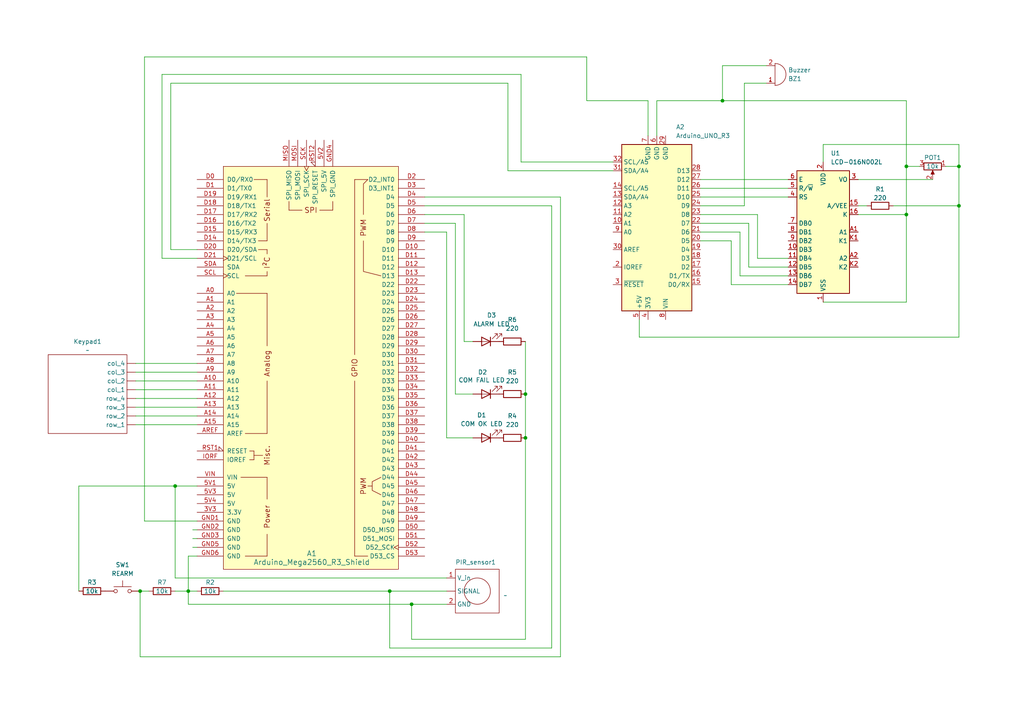
<source format=kicad_sch>
(kicad_sch (version 20231120) (generator "eeschema") (generator_version "8.0")
  (paper "A4")
  (lib_symbols
    (symbol "Device:Buzzer" (pin_names (offset 0.0254) hide)
      (property "Reference" "BZ" (at 3.81 1.27 0))
      (property "Value" "Buzzer" (at 3.81 -1.27 0))
      (symbol "Buzzer_0_1"
        (arc (start 0 -3.175) (mid 3.1612 0) (end 0 3.175))
        (polyline (pts (xy -1.651 1.905) (xy -1.143 1.905)))
        (polyline (pts (xy -1.397 2.159) (xy -1.397 1.651)))
        (polyline (pts (xy 0 3.175) (xy 0 -3.175)))
      )
      (symbol "Buzzer_1_1"
        (pin passive line (at -2.54 2.54 0) (length 2.54) (name "+") (number "1"))
        (pin passive line (at -2.54 -2.54 0) (length 2.54) (name "-") (number "2"))
      )
    )
    (symbol "Device:LED" (pin_numbers hide) (pin_names (offset 1.016) hide)
      (property "Reference" "D" (at 0 2.54 0))
      (property "Value" "LED" (at 0 -2.54 0))
      (symbol "LED_0_1"
        (polyline (pts (xy -1.27 -1.27) (xy -1.27 1.27)) (stroke (width 0.254)))
        (polyline (pts (xy -1.27 0) (xy 1.27 0)))
        (polyline (pts (xy 1.27 -1.27) (xy 1.27 1.27) (xy -1.27 0) (xy 1.27 -1.27)) (stroke (width 0.254)))
        (polyline (pts (xy -3.048 -0.762) (xy -4.572 -2.286) (xy -3.81 -2.286) (xy -4.572 -2.286) (xy -4.572 -1.524)))
        (polyline (pts (xy -1.778 -0.762) (xy -3.302 -2.286) (xy -2.54 -2.286) (xy -3.302 -2.286) (xy -3.302 -1.524)))
      )
      (symbol "LED_1_1"
        (pin passive line (at -3.81 0 0) (length 2.54) (name "K") (number "1"))
        (pin passive line (at 3.81 0 180) (length 2.54) (name "A") (number "2"))
      )
    )
    (symbol "Device:R" (pin_numbers hide) (pin_names (offset 0))
      (property "Reference" "R" (at 2.032 0 90))
      (property "Value" "R" (at 0 0 90))
      (symbol "R_0_1"
        (rectangle (start -1.016 -2.54) (end 1.016 2.54) (stroke (width 0.254)))
      )
      (symbol "R_1_1"
        (pin passive line (at 0 3.81 270) (length 1.27) (name "~") (number "1"))
        (pin passive line (at 0 -3.81 90) (length 1.27) (name "~") (number "2"))
      )
    )
    (symbol "Device:R_Potentiometer" (pin_names (offset 1.016) hide)
      (property "Reference" "RV" (at -4.445 0 90))
      (property "Value" "R_Potentiometer" (at -2.54 0 90))
      (symbol "R_Potentiometer_0_1"
        (polyline (pts (xy 2.54 0) (xy 1.524 0)))
        (polyline (pts (xy 1.143 0) (xy 2.286 0.508) (xy 2.286 -0.508) (xy 1.143 0)) (fill (type outline)))
        (rectangle (start 1.016 2.54) (end -1.016 -2.54) (stroke (width 0.254)))
      )
      (symbol "R_Potentiometer_1_1"
        (pin passive line (at 0 3.81 270) (length 1.27) (name "1") (number "1"))
        (pin passive line (at 3.81 0 180) (length 1.27) (name "2") (number "2"))
        (pin passive line (at 0 -3.81 90) (length 1.27) (name "3") (number "3"))
      )
    )
    (symbol "Display_Character:LCD-016N002L"
      (property "Reference" "U" (at -6.35 18.796 0))
      (property "Value" "LCD-016N002L" (at 8.636 18.796 0))
      (symbol "LCD-016N002L_1_1"
        (rectangle (start -7.62 17.78) (end 7.62 -17.78) (stroke (width 0.254)) (fill (type background)))
        (pin power_in line (at 0 -20.32 90) (length 2.54) (name "VSS") (number "1"))
        (pin bidirectional line (at -10.16 -5.08 0) (length 2.54) (name "DB3") (number "10"))
        (pin bidirectional line (at -10.16 -7.62 0) (length 2.54) (name "DB4") (number "11"))
        (pin bidirectional line (at -10.16 -10.16 0) (length 2.54) (name "DB5") (number "12"))
        (pin bidirectional line (at -10.16 -12.7 0) (length 2.54) (name "DB6") (number "13"))
        (pin bidirectional line (at -10.16 -15.24 0) (length 2.54) (name "DB7") (number "14"))
        (pin power_in line (at 10.16 7.62 180) (length 2.54) (name "A/VEE") (number "15"))
        (pin power_in line (at 10.16 5.08 180) (length 2.54) (name "K") (number "16"))
        (pin power_in line (at 0 20.32 270) (length 2.54) (name "VDD") (number "2"))
        (pin input line (at 10.16 15.24 180) (length 2.54) (name "VO") (number "3"))
        (pin input line (at -10.16 10.16 0) (length 2.54) (name "RS") (number "4"))
        (pin input line (at -10.16 12.7 0) (length 2.54) (name "R/~{W}") (number "5"))
        (pin input line (at -10.16 15.24 0) (length 2.54) (name "E") (number "6"))
        (pin bidirectional line (at -10.16 2.54 0) (length 2.54) (name "DB0") (number "7"))
        (pin bidirectional line (at -10.16 0 0) (length 2.54) (name "DB1") (number "8"))
        (pin bidirectional line (at -10.16 -2.54 0) (length 2.54) (name "DB2") (number "9"))
        (pin power_in line (at 10.16 0 180) (length 2.54) (name "A1") (number "A1"))
        (pin power_in line (at 10.16 -7.62 180) (length 2.54) (name "A2") (number "A2"))
        (pin power_in line (at 10.16 -2.54 180) (length 2.54) (name "K1") (number "K1"))
        (pin power_in line (at 10.16 -10.16 180) (length 2.54) (name "K2") (number "K2"))
      )
    )
    (symbol "MCU_Module:Arduino_UNO_R3"
      (property "Reference" "A" (at -10.16 23.495 0))
      (property "Value" "Arduino_UNO_R3" (at 5.08 -26.67 0))
      (symbol "Arduino_UNO_R3_0_1"
        (rectangle (start -10.16 22.86) (end 10.16 -25.4) (stroke (width 0.254)) (fill (type background)))
      )
      (symbol "Arduino_UNO_R3_1_1"
        (pin no_connect line (at -10.16 -20.32 0) (length 2.54) hide (name "NC") (number "1"))
        (pin bidirectional line (at 12.7 -2.54 180) (length 2.54) (name "A1") (number "10"))
        (pin bidirectional line (at 12.7 -5.08 180) (length 2.54) (name "A2") (number "11"))
        (pin bidirectional line (at 12.7 -7.62 180) (length 2.54) (name "A3") (number "12"))
        (pin bidirectional line (at 12.7 -10.16 180) (length 2.54) (name "SDA/A4") (number "13"))
        (pin bidirectional line (at 12.7 -12.7 180) (length 2.54) (name "SCL/A5") (number "14"))
        (pin bidirectional line (at -12.7 15.24 0) (length 2.54) (name "D0/RX") (number "15"))
        (pin bidirectional line (at -12.7 12.7 0) (length 2.54) (name "D1/TX") (number "16"))
        (pin bidirectional line (at -12.7 10.16 0) (length 2.54) (name "D2") (number "17"))
        (pin bidirectional line (at -12.7 7.62 0) (length 2.54) (name "D3") (number "18"))
        (pin bidirectional line (at -12.7 5.08 0) (length 2.54) (name "D4") (number "19"))
        (pin output line (at 12.7 10.16 180) (length 2.54) (name "IOREF") (number "2"))
        (pin bidirectional line (at -12.7 2.54 0) (length 2.54) (name "D5") (number "20"))
        (pin bidirectional line (at -12.7 0 0) (length 2.54) (name "D6") (number "21"))
        (pin bidirectional line (at -12.7 -2.54 0) (length 2.54) (name "D7") (number "22"))
        (pin bidirectional line (at -12.7 -5.08 0) (length 2.54) (name "D8") (number "23"))
        (pin bidirectional line (at -12.7 -7.62 0) (length 2.54) (name "D9") (number "24"))
        (pin bidirectional line (at -12.7 -10.16 0) (length 2.54) (name "D10") (number "25"))
        (pin bidirectional line (at -12.7 -12.7 0) (length 2.54) (name "D11") (number "26"))
        (pin bidirectional line (at -12.7 -15.24 0) (length 2.54) (name "D12") (number "27"))
        (pin bidirectional line (at -12.7 -17.78 0) (length 2.54) (name "D13") (number "28"))
        (pin power_in line (at -2.54 -27.94 90) (length 2.54) (name "GND") (number "29"))
        (pin input line (at 12.7 15.24 180) (length 2.54) (name "~{RESET}") (number "3"))
        (pin input line (at 12.7 5.08 180) (length 2.54) (name "AREF") (number "30"))
        (pin bidirectional line (at 12.7 -17.78 180) (length 2.54) (name "SDA/A4") (number "31"))
        (pin bidirectional line (at 12.7 -20.32 180) (length 2.54) (name "SCL/A5") (number "32"))
        (pin power_out line (at 2.54 25.4 270) (length 2.54) (name "3V3") (number "4"))
        (pin power_out line (at 5.08 25.4 270) (length 2.54) (name "+5V") (number "5"))
        (pin power_in line (at 0 -27.94 90) (length 2.54) (name "GND") (number "6"))
        (pin power_in line (at 2.54 -27.94 90) (length 2.54) (name "GND") (number "7"))
        (pin power_in line (at -2.54 25.4 270) (length 2.54) (name "VIN") (number "8"))
        (pin bidirectional line (at 12.7 0 180) (length 2.54) (name "A0") (number "9"))
      )
    )
    (symbol "PCM_arduino-library:Arduino_Mega2560_R3_Shield" (pin_names (offset 1.016))
      (property "Reference" "A" (at 0 -62.23 0))
      (property "Value" "Arduino_Mega2560_R3_Shield" (at 0 -66.04 0))
      (symbol "Arduino_Mega2560_R3_Shield_0_0"
        (rectangle (start -25.4 -58.42) (end 25.4 58.42) (fill (type background)))
        (rectangle (start -20.32 -31.75) (end -12.7 -31.75))
        (rectangle (start -19.05 -54.61) (end -12.7 -54.61))
        (rectangle (start -19.05 -19.05) (end -12.7 -19.05))
        (rectangle (start -19.05 26.67) (end -12.7 26.67))
        (rectangle (start -17.78 -26.67) (end -16.51 -26.67))
        (rectangle (start -17.78 -24.13) (end -16.51 -24.13))
        (rectangle (start -16.51 -25.4) (end -13.97 -25.4))
        (rectangle (start -16.51 -24.13) (end -16.51 -26.67))
        (rectangle (start -16.51 54.61) (end -12.7 54.61))
        (rectangle (start -15.24 34.29) (end -12.7 34.29))
        (rectangle (start -15.24 36.83) (end -12.7 36.83))
        (rectangle (start -12.7 -54.61) (end -12.7 -48.26))
        (rectangle (start -12.7 -31.75) (end -12.7 -38.1))
        (rectangle (start -12.7 26.67) (end -12.7 27.94))
        (rectangle (start -12.7 34.29) (end -12.7 33.02))
        (rectangle (start -12.7 41.91) (end -12.7 36.83))
        (rectangle (start -12.7 49.53) (end -12.7 54.61))
        (rectangle (start -6.35 48.26) (end -6.35 45.72))
        (rectangle (start -2.54 45.72) (end -6.35 45.72))
        (polyline (pts (xy -21.59 21.59) (xy -12.7 21.59)))
        (polyline (pts (xy -12.7 -19.05) (xy -12.7 -3.81)))
        (polyline (pts (xy -12.7 6.35) (xy -12.7 21.59)))
        (polyline (pts (xy 12.7 -54.61) (xy 16.51 -54.61)))
        (polyline (pts (xy 12.7 54.61) (xy 16.51 54.61)))
        (polyline (pts (xy 17.78 -34.29) (xy 16.51 -34.29)))
        (polyline (pts (xy 15.24 36.83) (xy 15.24 27.94) (xy 20.32 26.67)))
        (polyline (pts (xy 15.24 44.45) (xy 15.24 53.34) (xy 16.51 54.61)))
        (polyline (pts (xy 20.32 -31.75) (xy 17.78 -33.02) (xy 17.78 -35.56) (xy 20.32 -36.83)))
        (rectangle (start 6.35 45.72) (end 2.54 45.72))
        (rectangle (start 6.35 48.26) (end 6.35 45.72))
        (text "Analog" (at -12.7 1.27 900) (effects (font (size 1.524 1.524))))
        (text "I²C" (at -12.7 30.48 900) (effects (font (size 1.524 1.524))))
        (text "Misc." (at -12.7 -25.4 900) (effects (font (size 1.524 1.524))))
        (text "Power" (at -12.7 -43.18 900) (effects (font (size 1.524 1.524))))
        (text "PWM" (at 15.24 -34.29 900) (effects (font (size 1.524 1.524))))
        (text "PWM" (at 15.24 40.64 900) (effects (font (size 1.524 1.524))))
        (text "Serial" (at -12.7 45.72 900) (effects (font (size 1.524 1.524))))
        (text "SPI" (at 0 45.72 0) (effects (font (size 1.524 1.524))))
      )
      (symbol "Arduino_Mega2560_R3_Shield_1_0"
        (rectangle (start 12.7 -54.61) (end 12.7 -3.81))
        (rectangle (start 12.7 54.61) (end 12.7 3.81))
        (text "GPIO" (at 12.7 0 900) (effects (font (size 1.524 1.524))))
      )
      (symbol "Arduino_Mega2560_R3_Shield_1_1"
        (pin power_out line (at -33.02 -41.91 0) (length 7.62) (name "3.3V") (number "3V3"))
        (pin power_in line (at -33.02 -34.29 0) (length 7.62) (name "5V") (number "5V1"))
        (pin power_in line (at 3.81 66.04 270) (length 7.62) (name "SPI_5V") (number "5V2"))
        (pin power_in line (at -33.02 -36.83 0) (length 7.62) (name "5V") (number "5V3"))
        (pin power_in line (at -33.02 -39.37 0) (length 7.62) (name "5V") (number "5V4"))
        (pin bidirectional line (at -33.02 21.59 0) (length 7.62) (name "A0") (number "A0"))
        (pin bidirectional line (at -33.02 19.05 0) (length 7.62) (name "A1") (number "A1"))
        (pin bidirectional line (at -33.02 -3.81 0) (length 7.62) (name "A10") (number "A10"))
        (pin bidirectional line (at -33.02 -6.35 0) (length 7.62) (name "A11") (number "A11"))
        (pin bidirectional line (at -33.02 -8.89 0) (length 7.62) (name "A12") (number "A12"))
        (pin bidirectional line (at -33.02 -11.43 0) (length 7.62) (name "A13") (number "A13"))
        (pin bidirectional line (at -33.02 -13.97 0) (length 7.62) (name "A14") (number "A14"))
        (pin bidirectional line (at -33.02 -16.51 0) (length 7.62) (name "A15") (number "A15"))
        (pin bidirectional line (at -33.02 16.51 0) (length 7.62) (name "A2") (number "A2"))
        (pin bidirectional line (at -33.02 13.97 0) (length 7.62) (name "A3") (number "A3"))
        (pin bidirectional line (at -33.02 11.43 0) (length 7.62) (name "A4") (number "A4"))
        (pin bidirectional line (at -33.02 8.89 0) (length 7.62) (name "A5") (number "A5"))
        (pin bidirectional line (at -33.02 6.35 0) (length 7.62) (name "A6") (number "A6"))
        (pin bidirectional line (at -33.02 3.81 0) (length 7.62) (name "A7") (number "A7"))
        (pin bidirectional line (at -33.02 1.27 0) (length 7.62) (name "A8") (number "A8"))
        (pin bidirectional line (at -33.02 -1.27 0) (length 7.62) (name "A9") (number "A9"))
        (pin input line (at -33.02 -19.05 0) (length 7.62) (name "AREF") (number "AREF"))
        (pin bidirectional line (at -33.02 54.61 0) (length 7.62) (name "D0/RX0") (number "D0"))
        (pin bidirectional line (at -33.02 52.07 0) (length 7.62) (name "D1/TX0") (number "D1"))
        (pin bidirectional line (at 33.02 34.29 180) (length 7.62) (name "D10") (number "D10"))
        (pin bidirectional line (at 33.02 31.75 180) (length 7.62) (name "D11") (number "D11"))
        (pin bidirectional line (at 33.02 29.21 180) (length 7.62) (name "D12") (number "D12"))
        (pin bidirectional line (at 33.02 26.67 180) (length 7.62) (name "D13") (number "D13"))
        (pin bidirectional line (at -33.02 36.83 0) (length 7.62) (name "D14/TX3") (number "D14"))
        (pin bidirectional line (at -33.02 39.37 0) (length 7.62) (name "D15/RX3") (number "D15"))
        (pin bidirectional line (at -33.02 41.91 0) (length 7.62) (name "D16/TX2") (number "D16"))
        (pin bidirectional line (at -33.02 44.45 0) (length 7.62) (name "D17/RX2") (number "D17"))
        (pin bidirectional line (at -33.02 46.99 0) (length 7.62) (name "D18/TX1") (number "D18"))
        (pin bidirectional line (at -33.02 49.53 0) (length 7.62) (name "D19/RX1") (number "D19"))
        (pin bidirectional line (at 33.02 54.61 180) (length 7.62) (name "D2_INT0") (number "D2"))
        (pin bidirectional line (at -33.02 34.29 0) (length 7.62) (name "D20/SDA") (number "D20"))
        (pin bidirectional clock (at -33.02 31.75 0) (length 7.62) (name "D21/SCL") (number "D21"))
        (pin bidirectional line (at 33.02 24.13 180) (length 7.62) (name "D22") (number "D22"))
        (pin bidirectional line (at 33.02 21.59 180) (length 7.62) (name "D23") (number "D23"))
        (pin bidirectional line (at 33.02 19.05 180) (length 7.62) (name "D24") (number "D24"))
        (pin bidirectional line (at 33.02 16.51 180) (length 7.62) (name "D25") (number "D25"))
        (pin bidirectional line (at 33.02 13.97 180) (length 7.62) (name "D26") (number "D26"))
        (pin bidirectional line (at 33.02 11.43 180) (length 7.62) (name "D27") (number "D27"))
        (pin bidirectional line (at 33.02 8.89 180) (length 7.62) (name "D28") (number "D28"))
        (pin bidirectional line (at 33.02 6.35 180) (length 7.62) (name "D29") (number "D29"))
        (pin bidirectional line (at 33.02 52.07 180) (length 7.62) (name "D3_INT1") (number "D3"))
        (pin bidirectional line (at 33.02 3.81 180) (length 7.62) (name "D30") (number "D30"))
        (pin bidirectional line (at 33.02 1.27 180) (length 7.62) (name "D31") (number "D31"))
        (pin bidirectional line (at 33.02 -1.27 180) (length 7.62) (name "D32") (number "D32"))
        (pin bidirectional line (at 33.02 -3.81 180) (length 7.62) (name "D33") (number "D33"))
        (pin bidirectional line (at 33.02 -6.35 180) (length 7.62) (name "D34") (number "D34"))
        (pin bidirectional line (at 33.02 -8.89 180) (length 7.62) (name "D35") (number "D35"))
        (pin bidirectional line (at 33.02 -11.43 180) (length 7.62) (name "D36") (number "D36"))
        (pin bidirectional line (at 33.02 -13.97 180) (length 7.62) (name "D37") (number "D37"))
        (pin bidirectional line (at 33.02 -16.51 180) (length 7.62) (name "D38") (number "D38"))
        (pin bidirectional line (at 33.02 -19.05 180) (length 7.62) (name "D39") (number "D39"))
        (pin bidirectional line (at 33.02 49.53 180) (length 7.62) (name "D4") (number "D4"))
        (pin bidirectional line (at 33.02 -21.59 180) (length 7.62) (name "D40") (number "D40"))
        (pin bidirectional line (at 33.02 -24.13 180) (length 7.62) (name "D41") (number "D41"))
        (pin bidirectional line (at 33.02 -26.67 180) (length 7.62) (name "D42") (number "D42"))
        (pin bidirectional line (at 33.02 -29.21 180) (length 7.62) (name "D43") (number "D43"))
        (pin bidirectional line (at 33.02 -31.75 180) (length 7.62) (name "D44") (number "D44"))
        (pin bidirectional line (at 33.02 -34.29 180) (length 7.62) (name "D45") (number "D45"))
        (pin bidirectional line (at 33.02 -36.83 180) (length 7.62) (name "D46") (number "D46"))
        (pin bidirectional line (at 33.02 -39.37 180) (length 7.62) (name "D47") (number "D47"))
        (pin bidirectional line (at 33.02 -41.91 180) (length 7.62) (name "D48") (number "D48"))
        (pin bidirectional line (at 33.02 -44.45 180) (length 7.62) (name "D49") (number "D49"))
        (pin bidirectional line (at 33.02 46.99 180) (length 7.62) (name "D5") (number "D5"))
        (pin bidirectional line (at 33.02 -46.99 180) (length 7.62) (name "D50_MISO") (number "D50"))
        (pin bidirectional line (at 33.02 -49.53 180) (length 7.62) (name "D51_MOSI") (number "D51"))
        (pin bidirectional clock (at 33.02 -52.07 180) (length 7.62) (name "D52_SCK") (number "D52"))
        (pin bidirectional line (at 33.02 -54.61 180) (length 7.62) (name "D53_CS") (number "D53"))
        (pin bidirectional line (at 33.02 44.45 180) (length 7.62) (name "D6") (number "D6"))
        (pin bidirectional line (at 33.02 41.91 180) (length 7.62) (name "D7") (number "D7"))
        (pin bidirectional line (at 33.02 39.37 180) (length 7.62) (name "D8") (number "D8"))
        (pin bidirectional line (at 33.02 36.83 180) (length 7.62) (name "D9") (number "D9"))
        (pin power_in line (at -33.02 -44.45 0) (length 7.62) (name "GND") (number "GND1"))
        (pin power_in line (at -33.02 -46.99 0) (length 7.62) (name "GND") (number "GND2"))
        (pin power_in line (at -33.02 -49.53 0) (length 7.62) (name "GND") (number "GND3"))
        (pin power_in line (at 6.35 66.04 270) (length 7.62) (name "SPI_GND") (number "GND4"))
        (pin power_in line (at -33.02 -52.07 0) (length 7.62) (name "GND") (number "GND5"))
        (pin power_in line (at -33.02 -54.61 0) (length 7.62) (name "GND") (number "GND6"))
        (pin output line (at -33.02 -26.67 0) (length 7.62) (name "IOREF") (number "IORF"))
        (pin input line (at -6.35 66.04 270) (length 7.62) (name "SPI_MISO") (number "MISO"))
        (pin output line (at -3.81 66.04 270) (length 7.62) (name "SPI_MOSI") (number "MOSI"))
        (pin open_collector input_low (at -33.02 -24.13 0) (length 7.62) (name "RESET") (number "RST1"))
        (pin open_collector input_low (at 1.27 66.04 270) (length 7.62) (name "SPI_RESET") (number "RST2"))
        (pin output clock (at -1.27 66.04 270) (length 7.62) (name "SPI_SCK") (number "SCK"))
        (pin bidirectional clock (at -33.02 26.67 0) (length 7.62) (name "SCL") (number "SCL"))
        (pin bidirectional line (at -33.02 29.21 0) (length 7.62) (name "SDA") (number "SDA"))
        (pin power_in line (at -33.02 -31.75 0) (length 7.62) (name "VIN") (number "VIN"))
      )
    )
    (symbol "Switch:SW_Push" (pin_numbers hide) (pin_names (offset 1.016) hide)
      (property "Reference" "SW" (at 1.27 2.54 0))
      (property "Value" "SW_Push" (at 0 -1.524 0))
      (symbol "SW_Push_0_1"
        (circle (center -2.032 0) (radius 0.508))
        (polyline (pts (xy 0 1.27) (xy 0 3.048)))
        (polyline (pts (xy 2.54 1.27) (xy -2.54 1.27)))
        (circle (center 2.032 0) (radius 0.508))
        (pin passive line (at -5.08 0 0) (length 2.54) (name "1") (number "1"))
        (pin passive line (at 5.08 0 180) (length 2.54) (name "2") (number "2"))
      )
    )
    (symbol "pir_sensor_2:keypad"
      (property "Reference" "Keypad" (at -0.254 9.652 0))
      (symbol "keypad_0_1"
        (rectangle (start -11.43 11.43) (end 11.43 -11.43))
      )
      (symbol "keypad_1_1"
        (pin input line (at 1.27 -13.97 90) (length 2.54) (name "col_1") (number ""))
        (pin input line (at 3.81 -13.97 90) (length 2.54) (name "col_2") (number ""))
        (pin input line (at 6.35 -13.97 90) (length 2.54) (name "col_3") (number ""))
        (pin input line (at 8.89 -13.97 90) (length 2.54) (name "col_4") (number ""))
        (pin output line (at -8.89 -13.97 90) (length 2.54) (name "row_1") (number ""))
        (pin output line (at -6.35 -13.97 90) (length 2.54) (name "row_2") (number ""))
        (pin output line (at -3.81 -13.97 90) (length 2.54) (name "row_3") (number ""))
        (pin output line (at -1.27 -13.97 90) (length 2.54) (name "row_4") (number ""))
      )
    )
    (symbol "pir_sensor_2:pir_sensor"
      (property "Reference" "PIR_sensor" (at -0.254 7.62 0))
      (symbol "pir_sensor_0_1"
        (rectangle (start -6.35 6.35) (end 6.35 -6.35))
        (circle (center 0 0) (radius 3.81))
      )
      (symbol "pir_sensor_1_1"
        (pin output line (at -8.89 0 0) (length 2.54) (name "SIGNAL") (number ""))
        (pin power_in line (at -8.89 3.81 0) (length 2.54) (name "V_in") (number "1"))
        (pin power_out line (at -8.89 -3.81 0) (length 2.54) (name "GND") (number "2"))
      )
    )
  )
  (junction (at 152.4 114.3))
  (junction (at 262.89 48.26))
  (junction (at 113.03 171.45))
  (junction (at 262.89 62.23))
  (junction (at 40.64 171.45))
  (junction (at 152.4 127))
  (junction (at 54.61 171.45))
  (junction (at 209.55 29.21))
  (junction (at 278.13 48.26))
  (junction (at 119.38 175.26))
  (junction (at 278.13 59.69))
  (junction (at 50.8 140.97))
  (wire (pts (xy 64.77 171.45) (xy 113.03 171.45)))
  (wire (pts (xy 123.19 67.31) (xy 129.54 67.31)))
  (wire (pts (xy 147.32 24.13) (xy 147.32 49.53)))
  (wire (pts (xy 228.6 80.01) (xy 214.63 80.01)))
  (wire (pts (xy 222.25 19.05) (xy 209.55 19.05)))
  (wire (pts (xy 238.76 41.91) (xy 278.13 41.91)))
  (wire (pts (xy 215.9 24.13) (xy 215.9 59.69)))
  (wire (pts (xy 39.37 110.49) (xy 57.15 110.49)))
  (wire (pts (xy 278.13 59.69) (xy 278.13 97.79)))
  (wire (pts (xy 203.2 57.15) (xy 228.6 57.15)))
  (wire (pts (xy 50.8 171.45) (xy 54.61 171.45)))
  (wire (pts (xy 151.13 46.99) (xy 151.13 21.59)))
  (wire (pts (xy 212.09 69.85) (xy 203.2 69.85)))
  (wire (pts (xy 151.13 21.59) (xy 46.99 21.59)))
  (wire (pts (xy 119.38 175.26) (xy 119.38 185.42)))
  (wire (pts (xy 262.89 62.23) (xy 262.89 87.63)))
  (wire (pts (xy 152.4 114.3) (xy 152.4 99.06)))
  (wire (pts (xy 123.19 59.69) (xy 160.02 59.69)))
  (wire (pts (xy 57.15 158.75) (xy 55.88 158.75)))
  (wire (pts (xy 160.02 59.69) (xy 160.02 187.96)))
  (wire (pts (xy 123.19 62.23) (xy 134.62 62.23)))
  (wire (pts (xy 262.89 48.26) (xy 266.7 48.26)))
  (wire (pts (xy 177.8 46.99) (xy 151.13 46.99)))
  (wire (pts (xy 162.56 57.15) (xy 162.56 190.5)))
  (wire (pts (xy 54.61 161.29) (xy 54.61 171.45)))
  (wire (pts (xy 160.02 187.96) (xy 113.03 187.96)))
  (wire (pts (xy 57.15 153.67) (xy 55.88 153.67)))
  (wire (pts (xy 238.76 46.99) (xy 238.76 41.91)))
  (wire (pts (xy 39.37 113.03) (xy 57.15 113.03)))
  (wire (pts (xy 215.9 24.13) (xy 222.25 24.13)))
  (wire (pts (xy 57.15 72.39) (xy 49.53 72.39)))
  (wire (pts (xy 41.91 151.13) (xy 57.15 151.13)))
  (wire (pts (xy 203.2 52.07) (xy 228.6 52.07)))
  (wire (pts (xy 41.91 16.51) (xy 41.91 151.13)))
  (wire (pts (xy 278.13 48.26) (xy 278.13 59.69)))
  (wire (pts (xy 22.86 140.97) (xy 50.8 140.97)))
  (wire (pts (xy 214.63 67.31) (xy 203.2 67.31)))
  (wire (pts (xy 39.37 107.95) (xy 57.15 107.95)))
  (wire (pts (xy 190.5 39.37) (xy 190.5 29.21)))
  (wire (pts (xy 278.13 41.91) (xy 278.13 48.26)))
  (wire (pts (xy 152.4 127) (xy 152.4 114.3)))
  (wire (pts (xy 190.5 29.21) (xy 209.55 29.21)))
  (wire (pts (xy 209.55 19.05) (xy 209.55 29.21)))
  (wire (pts (xy 238.76 87.63) (xy 262.89 87.63)))
  (wire (pts (xy 119.38 175.26) (xy 129.54 175.26)))
  (wire (pts (xy 187.96 29.21) (xy 170.18 29.21)))
  (wire (pts (xy 57.15 156.21) (xy 55.88 156.21)))
  (wire (pts (xy 129.54 127) (xy 137.16 127)))
  (wire (pts (xy 22.86 171.45) (xy 22.86 140.97)))
  (wire (pts (xy 134.62 62.23) (xy 134.62 99.06)))
  (wire (pts (xy 217.17 77.47) (xy 228.6 77.47)))
  (wire (pts (xy 203.2 59.69) (xy 215.9 59.69)))
  (wire (pts (xy 214.63 80.01) (xy 214.63 67.31)))
  (wire (pts (xy 219.71 74.93) (xy 219.71 62.23)))
  (wire (pts (xy 113.03 187.96) (xy 113.03 171.45)))
  (wire (pts (xy 49.53 72.39) (xy 49.53 24.13)))
  (wire (pts (xy 54.61 171.45) (xy 57.15 171.45)))
  (wire (pts (xy 209.55 29.21) (xy 262.89 29.21)))
  (wire (pts (xy 46.99 74.93) (xy 57.15 74.93)))
  (wire (pts (xy 248.92 59.69) (xy 251.46 59.69)))
  (wire (pts (xy 54.61 171.45) (xy 54.61 175.26)))
  (wire (pts (xy 39.37 105.41) (xy 57.15 105.41)))
  (wire (pts (xy 185.42 92.71) (xy 185.42 97.79)))
  (wire (pts (xy 248.92 62.23) (xy 262.89 62.23)))
  (wire (pts (xy 123.19 64.77) (xy 132.08 64.77)))
  (wire (pts (xy 39.37 118.11) (xy 57.15 118.11)))
  (wire (pts (xy 50.8 140.97) (xy 57.15 140.97)))
  (wire (pts (xy 54.61 161.29) (xy 57.15 161.29)))
  (wire (pts (xy 262.89 48.26) (xy 262.89 62.23)))
  (wire (pts (xy 41.91 16.51) (xy 170.18 16.51)))
  (wire (pts (xy 147.32 49.53) (xy 177.8 49.53)))
  (wire (pts (xy 162.56 57.15) (xy 123.19 57.15)))
  (wire (pts (xy 129.54 67.31) (xy 129.54 127)))
  (wire (pts (xy 54.61 175.26) (xy 119.38 175.26)))
  (wire (pts (xy 219.71 62.23) (xy 203.2 62.23)))
  (wire (pts (xy 113.03 171.45) (xy 129.54 171.45)))
  (wire (pts (xy 248.92 52.07) (xy 270.51 52.07)))
  (wire (pts (xy 40.64 171.45) (xy 40.64 190.5)))
  (wire (pts (xy 132.08 114.3) (xy 137.16 114.3)))
  (wire (pts (xy 50.8 167.64) (xy 129.54 167.64)))
  (wire (pts (xy 132.08 64.77) (xy 132.08 114.3)))
  (wire (pts (xy 203.2 54.61) (xy 228.6 54.61)))
  (wire (pts (xy 39.37 123.19) (xy 57.15 123.19)))
  (wire (pts (xy 40.64 190.5) (xy 162.56 190.5)))
  (wire (pts (xy 119.38 185.42) (xy 152.4 185.42)))
  (wire (pts (xy 274.32 48.26) (xy 278.13 48.26)))
  (wire (pts (xy 212.09 82.55) (xy 212.09 69.85)))
  (wire (pts (xy 217.17 77.47) (xy 217.17 64.77)))
  (wire (pts (xy 49.53 24.13) (xy 147.32 24.13)))
  (wire (pts (xy 170.18 16.51) (xy 170.18 29.21)))
  (wire (pts (xy 259.08 59.69) (xy 278.13 59.69)))
  (wire (pts (xy 39.37 115.57) (xy 57.15 115.57)))
  (wire (pts (xy 152.4 127) (xy 152.4 185.42)))
  (wire (pts (xy 228.6 82.55) (xy 212.09 82.55)))
  (wire (pts (xy 39.37 120.65) (xy 57.15 120.65)))
  (wire (pts (xy 262.89 29.21) (xy 262.89 48.26)))
  (wire (pts (xy 185.42 97.79) (xy 278.13 97.79)))
  (wire (pts (xy 50.8 140.97) (xy 50.8 167.64)))
  (wire (pts (xy 187.96 39.37) (xy 187.96 29.21)))
  (wire (pts (xy 134.62 99.06) (xy 137.16 99.06)))
  (wire (pts (xy 46.99 21.59) (xy 46.99 74.93)))
  (wire (pts (xy 43.18 171.45) (xy 40.64 171.45)))
  (wire (pts (xy 228.6 74.93) (xy 219.71 74.93)))
  (wire (pts (xy 217.17 64.77) (xy 203.2 64.77)))
  (symbol (lib_id "Device:LED") (at 140.97 99.06 180) (unit 1)
    (property "Reference" "D3" (at 142.5575 91.44 0))
    (property "Value" "ALARM LED" (at 142.5575 93.98 0))
    (property "Description" "Light emitting diode" (effects (hide yes)))
  )
  (symbol (lib_id "Device:R") (at 60.96 171.45 90) (unit 1)
    (property "Reference" "R2" (at 60.96 168.91 90))
    (property "Value" "10k" (at 60.96 171.45 90))
    (property "Description" "Resistor" (effects (hide yes)))
  )
  (symbol (lib_id "pir_sensor_2:pir_sensor") (at 138.43 171.45 0) (unit 1)
    (property "Reference" "PIR_sensor1" (at 132.08 163.068 0) (effects (justify left)))
    (property "Value" "~" (at 146.05 172.72 0) (effects (justify left)))
  )
  (symbol (lib_id "Device:R") (at 46.99 171.45 90) (unit 1)
    (property "Reference" "R7" (at 46.99 168.91 90))
    (property "Value" "10k" (at 46.99 171.45 90))
    (property "Description" "Resistor" (effects (hide yes)))
  )
  (symbol (lib_id "Switch:SW_Push") (at 35.56 171.45 0) (unit 1)
    (property "Reference" "SW1" (at 35.56 163.83 0))
    (property "Value" "REARM" (at 35.56 166.37 0))
    (property "Description" "Push button switch, generic, two pins" (effects (hide yes)))
  )
  (symbol (lib_id "Device:R") (at 255.27 59.69 90) (unit 1)
    (property "Reference" "R1" (at 255.27 54.864 90))
    (property "Value" "220" (at 255.27 57.404 90))
    (property "Description" "Resistor" (effects (hide yes)))
  )
  (symbol (lib_id "Device:Buzzer") (at 224.79 21.59 0) (mirror x) (unit 1)
    (property "Reference" "BZ1" (at 228.6 22.8601 0) (effects (justify left)))
    (property "Value" "Buzzer" (at 228.6 20.3201 0) (effects (justify left)))
    (property "Description" "Buzzer, polarized" (effects (hide yes)))
  )
  (symbol (lib_id "Device:R") (at 148.59 114.3 90) (unit 1)
    (property "Reference" "R5" (at 148.59 107.95 90))
    (property "Value" "220" (at 148.59 110.49 90))
    (property "Description" "Resistor" (effects (hide yes)))
  )
  (symbol (lib_id "Display_Character:LCD-016N002L") (at 238.76 67.31 0) (unit 1)
    (property "Reference" "U1" (at 240.9541 44.45 0) (effects (justify left)))
    (property "Value" "LCD-016N002L" (at 240.9541 46.99 0) (effects (justify left)))
    (property "Footprint" "Display:LCD-016N002L" (effects (hide yes)))
    (property "Datasheet" "http://www.vishay.com/docs/37299/37299.pdf" (effects (hide yes)))
    (property "Description" "LCD 12x2, 8 bit parallel bus, 3V or 5V VDD" (effects (hide yes)))
  )
  (symbol (lib_id "pir_sensor_2:keypad") (at 25.4 114.3 90) (unit 1)
    (property "Reference" "Keypad1" (at 25.4 99.06 90))
    (property "Value" "~" (at 25.4 101.6 90))
  )
  (symbol (lib_id "Device:R_Potentiometer") (at 270.51 48.26 270) (unit 1)
    (property "Reference" "POT1" (at 270.51 45.72 90))
    (property "Value" "10k" (at 270.51 48.26 90))
    (property "Description" "Potentiometer" (effects (hide yes)))
  )
  (symbol (lib_id "Device:LED") (at 140.97 114.3 180) (unit 1)
    (property "Reference" "D2" (at 139.954 107.95 0))
    (property "Value" "COM FAIL LED" (at 139.7 110.236 0))
    (property "Description" "Light emitting diode" (effects (hide yes)))
  )
  (symbol (lib_id "Device:R") (at 148.59 127 90) (unit 1)
    (property "Reference" "R4" (at 148.59 120.65 90))
    (property "Value" "220" (at 148.59 123.19 90))
    (property "Description" "Resistor" (effects (hide yes)))
  )
  (symbol (lib_id "Device:R") (at 26.67 171.45 90) (unit 1)
    (property "Reference" "R3" (at 26.67 168.91 90))
    (property "Value" "10k" (at 26.67 171.45 90))
    (property "Description" "Resistor" (effects (hide yes)))
  )
  (symbol (lib_id "Device:LED") (at 140.97 127 180) (unit 1)
    (property "Reference" "D1" (at 139.7 120.396 0))
    (property "Value" "COM OK LED" (at 139.7 122.936 0))
    (property "Description" "Light emitting diode" (effects (hide yes)))
  )
  (symbol (lib_id "MCU_Module:Arduino_UNO_R3") (at 190.5 67.31 180) (unit 1)
    (property "Reference" "A2" (at 196.0565 36.83 0) (effects (justify right)))
    (property "Value" "Arduino_UNO_R3" (at 196.0565 39.37 0) (effects (justify right)))
    (property "Footprint" "Module:Arduino_UNO_R3" (effects (hide yes)))
    (property "Datasheet" "https://www.arduino.cc/en/Main/arduinoBoardUno" (effects (hide yes)))
    (property "Description" "Arduino UNO Microcontroller Module, release 3" (effects (hide yes)))
  )
  (symbol (lib_id "Device:R") (at 148.59 99.06 90) (unit 1)
    (property "Reference" "R6" (at 148.59 92.71 90))
    (property "Value" "220" (at 148.59 95.25 90))
    (property "Description" "Resistor" (effects (hide yes)))
  )
  (symbol (lib_id "PCM_arduino-library:Arduino_Mega2560_R3_Shield") (at 90.17 106.68 0) (unit 1)
    (property "Reference" "A1" (at 90.424 160.528 0) (effects (font (size 1.524 1.524))))
    (property "Value" "Arduino_Mega2560_R3_Shield" (at 90.424 163.068 0) (effects (font (size 1.524 1.524))))
    (property "Footprint" "PCM_arduino-library:Arduino_Mega2560_R3_Shield" (effects (hide yes)))
    (property "Datasheet" "https://docs.arduino.cc/hardware/mega-2560" (effects (hide yes)))
    (property "Description" "Shield for Arduino Mega 2560 R3" (effects (hide yes)))
  )
)
</source>
